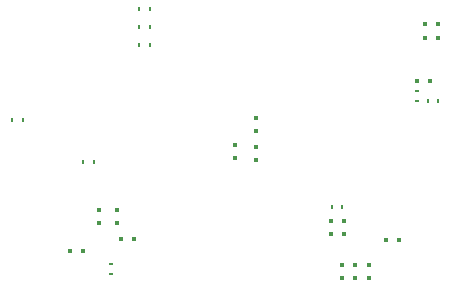
<source format=gbr>
G04 #@! TF.FileFunction,Paste,Bot*
%FSLAX46Y46*%
G04 Gerber Fmt 4.6, Leading zero omitted, Abs format (unit mm)*
G04 Created by KiCad (PCBNEW 4.0.1-stable) date 1/25/2017 8:29:53 PM*
%MOMM*%
G01*
G04 APERTURE LIST*
%ADD10C,0.100000*%
%ADD11R,0.247600X0.447600*%
%ADD12R,0.447600X0.347600*%
%ADD13R,0.347600X0.447600*%
%ADD14R,0.447600X0.247600*%
G04 APERTURE END LIST*
D10*
D11*
X139515000Y-104267000D03*
X138615000Y-104267000D03*
D12*
X120735000Y-106934000D03*
X121835000Y-106934000D03*
X144314000Y-107061000D03*
X143214000Y-107061000D03*
X138515000Y-106553000D03*
X139615000Y-106553000D03*
X138515000Y-105410000D03*
X139615000Y-105410000D03*
D13*
X139446000Y-110278000D03*
X139446000Y-109178000D03*
X141732000Y-110278000D03*
X141732000Y-109178000D03*
X140589000Y-110278000D03*
X140589000Y-109178000D03*
D12*
X146516000Y-88773000D03*
X147616000Y-88773000D03*
D13*
X132219700Y-96719300D03*
X132219700Y-97819300D03*
D12*
X146516000Y-89916000D03*
X147616000Y-89916000D03*
D13*
X130441700Y-100105300D03*
X130441700Y-99005300D03*
X132219700Y-100232300D03*
X132219700Y-99132300D03*
D12*
X145817500Y-93535500D03*
X146917500Y-93535500D03*
D11*
X123208200Y-90525600D03*
X122308200Y-90525600D03*
X123208200Y-89001600D03*
X122308200Y-89001600D03*
X123208200Y-87477600D03*
X122308200Y-87477600D03*
X112464000Y-96901000D03*
X111564000Y-96901000D03*
D14*
X145821400Y-94368200D03*
X145821400Y-95268200D03*
D11*
X146743000Y-95275400D03*
X147643000Y-95275400D03*
D12*
X116417000Y-107950000D03*
X117517000Y-107950000D03*
D13*
X118872000Y-105579000D03*
X118872000Y-104479000D03*
X120396000Y-105579000D03*
X120396000Y-104479000D03*
D14*
X119888000Y-109924000D03*
X119888000Y-109024000D03*
D11*
X118496500Y-100457000D03*
X117596500Y-100457000D03*
M02*

</source>
